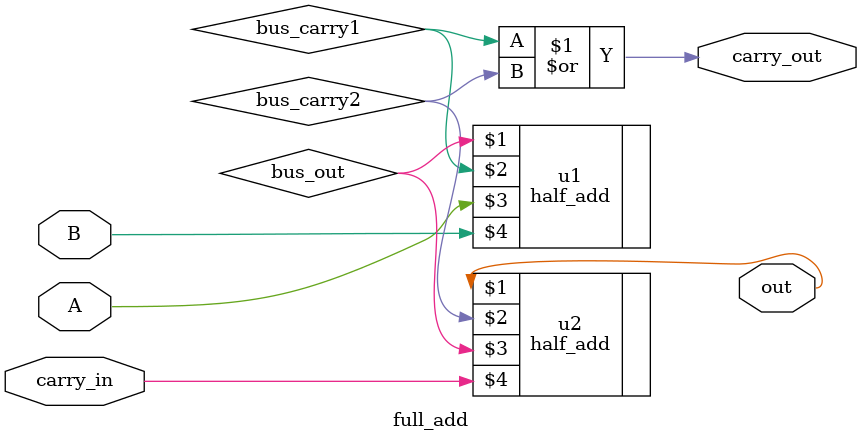
<source format=v>
module full_add (out, carry_out, A, B, carry_in);

output out, carry_out;
input A, B, carry_in;

wire bus_out, bus_carry1, bus_carry2;

or (carry_out, bus_carry1, bus_carry2);
half_add u1 (bus_out, bus_carry1, A, B);
half_add u2 (out, bus_carry2, bus_out, carry_in);

endmodule

</source>
